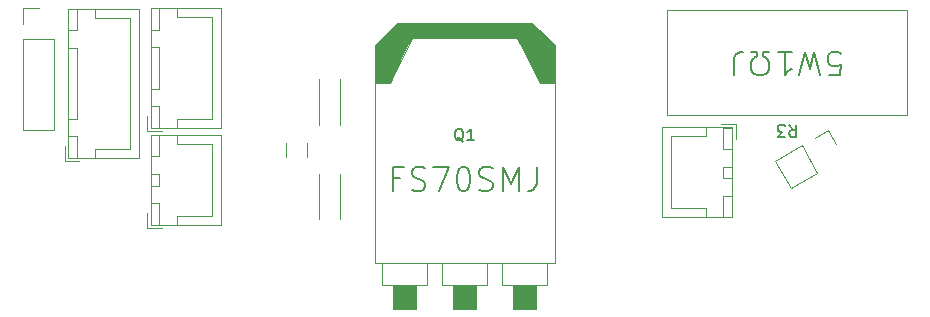
<source format=gbr>
%TF.GenerationSoftware,KiCad,Pcbnew,(6.0.5)*%
%TF.CreationDate,2022-10-17T22:28:47+09:00*%
%TF.ProjectId,kikker_board,6b696b6b-6572-45f6-926f-6172642e6b69,rev?*%
%TF.SameCoordinates,Original*%
%TF.FileFunction,Legend,Top*%
%TF.FilePolarity,Positive*%
%FSLAX46Y46*%
G04 Gerber Fmt 4.6, Leading zero omitted, Abs format (unit mm)*
G04 Created by KiCad (PCBNEW (6.0.5)) date 2022-10-17 22:28:47*
%MOMM*%
%LPD*%
G01*
G04 APERTURE LIST*
%ADD10C,0.150000*%
%ADD11C,0.120000*%
G04 APERTURE END LIST*
D10*
%TO.C,Q1*%
X152304761Y-83112619D02*
X152209523Y-83065000D01*
X152114285Y-82969761D01*
X151971428Y-82826904D01*
X151876190Y-82779285D01*
X151780952Y-82779285D01*
X151828571Y-83017380D02*
X151733333Y-82969761D01*
X151638095Y-82874523D01*
X151590476Y-82684047D01*
X151590476Y-82350714D01*
X151638095Y-82160238D01*
X151733333Y-82065000D01*
X151828571Y-82017380D01*
X152019047Y-82017380D01*
X152114285Y-82065000D01*
X152209523Y-82160238D01*
X152257142Y-82350714D01*
X152257142Y-82684047D01*
X152209523Y-82874523D01*
X152114285Y-82969761D01*
X152019047Y-83017380D01*
X151828571Y-83017380D01*
X153209523Y-83017380D02*
X152638095Y-83017380D01*
X152923809Y-83017380D02*
X152923809Y-82017380D01*
X152828571Y-82160238D01*
X152733333Y-82255476D01*
X152638095Y-82303095D01*
X146971428Y-86232142D02*
X146304761Y-86232142D01*
X146304761Y-87279761D02*
X146304761Y-85279761D01*
X147257142Y-85279761D01*
X147923809Y-87184523D02*
X148209523Y-87279761D01*
X148685714Y-87279761D01*
X148876190Y-87184523D01*
X148971428Y-87089285D01*
X149066666Y-86898809D01*
X149066666Y-86708333D01*
X148971428Y-86517857D01*
X148876190Y-86422619D01*
X148685714Y-86327380D01*
X148304761Y-86232142D01*
X148114285Y-86136904D01*
X148019047Y-86041666D01*
X147923809Y-85851190D01*
X147923809Y-85660714D01*
X148019047Y-85470238D01*
X148114285Y-85375000D01*
X148304761Y-85279761D01*
X148780952Y-85279761D01*
X149066666Y-85375000D01*
X149733333Y-85279761D02*
X151066666Y-85279761D01*
X150209523Y-87279761D01*
X152209523Y-85279761D02*
X152400000Y-85279761D01*
X152590476Y-85375000D01*
X152685714Y-85470238D01*
X152780952Y-85660714D01*
X152876190Y-86041666D01*
X152876190Y-86517857D01*
X152780952Y-86898809D01*
X152685714Y-87089285D01*
X152590476Y-87184523D01*
X152400000Y-87279761D01*
X152209523Y-87279761D01*
X152019047Y-87184523D01*
X151923809Y-87089285D01*
X151828571Y-86898809D01*
X151733333Y-86517857D01*
X151733333Y-86041666D01*
X151828571Y-85660714D01*
X151923809Y-85470238D01*
X152019047Y-85375000D01*
X152209523Y-85279761D01*
X153638095Y-87184523D02*
X153923809Y-87279761D01*
X154400000Y-87279761D01*
X154590476Y-87184523D01*
X154685714Y-87089285D01*
X154780952Y-86898809D01*
X154780952Y-86708333D01*
X154685714Y-86517857D01*
X154590476Y-86422619D01*
X154400000Y-86327380D01*
X154019047Y-86232142D01*
X153828571Y-86136904D01*
X153733333Y-86041666D01*
X153638095Y-85851190D01*
X153638095Y-85660714D01*
X153733333Y-85470238D01*
X153828571Y-85375000D01*
X154019047Y-85279761D01*
X154495238Y-85279761D01*
X154780952Y-85375000D01*
X155638095Y-87279761D02*
X155638095Y-85279761D01*
X156304761Y-86708333D01*
X156971428Y-85279761D01*
X156971428Y-87279761D01*
X158495238Y-85279761D02*
X158495238Y-86708333D01*
X158400000Y-86994047D01*
X158209523Y-87184523D01*
X157923809Y-87279761D01*
X157733333Y-87279761D01*
%TO.C,R3*%
X179871666Y-81685119D02*
X180205000Y-82161309D01*
X180443095Y-81685119D02*
X180443095Y-82685119D01*
X180062142Y-82685119D01*
X179966904Y-82637500D01*
X179919285Y-82589880D01*
X179871666Y-82494642D01*
X179871666Y-82351785D01*
X179919285Y-82256547D01*
X179966904Y-82208928D01*
X180062142Y-82161309D01*
X180443095Y-82161309D01*
X179538333Y-82685119D02*
X178919285Y-82685119D01*
X179252619Y-82304166D01*
X179109761Y-82304166D01*
X179014523Y-82256547D01*
X178966904Y-82208928D01*
X178919285Y-82113690D01*
X178919285Y-81875595D01*
X178966904Y-81780357D01*
X179014523Y-81732738D01*
X179109761Y-81685119D01*
X179395476Y-81685119D01*
X179490714Y-81732738D01*
X179538333Y-81780357D01*
X183228809Y-77517738D02*
X184181190Y-77517738D01*
X184276428Y-76565357D01*
X184181190Y-76660595D01*
X183990714Y-76755833D01*
X183514523Y-76755833D01*
X183324047Y-76660595D01*
X183228809Y-76565357D01*
X183133571Y-76374880D01*
X183133571Y-75898690D01*
X183228809Y-75708214D01*
X183324047Y-75612976D01*
X183514523Y-75517738D01*
X183990714Y-75517738D01*
X184181190Y-75612976D01*
X184276428Y-75708214D01*
X182466904Y-77517738D02*
X181990714Y-75517738D01*
X181609761Y-76946309D01*
X181228809Y-75517738D01*
X180752619Y-77517738D01*
X178943095Y-75517738D02*
X180085952Y-75517738D01*
X179514523Y-75517738D02*
X179514523Y-77517738D01*
X179705000Y-77232023D01*
X179895476Y-77041547D01*
X180085952Y-76946309D01*
X178181190Y-75517738D02*
X177705000Y-75517738D01*
X177705000Y-75898690D01*
X177895476Y-75993928D01*
X178085952Y-76184404D01*
X178181190Y-76470119D01*
X178181190Y-76946309D01*
X178085952Y-77232023D01*
X177895476Y-77422500D01*
X177609761Y-77517738D01*
X177228809Y-77517738D01*
X176943095Y-77422500D01*
X176752619Y-77232023D01*
X176657380Y-76946309D01*
X176657380Y-76470119D01*
X176752619Y-76184404D01*
X176943095Y-75993928D01*
X177133571Y-75898690D01*
X177133571Y-75517738D01*
X176657380Y-75517738D01*
X175228809Y-77517738D02*
X175228809Y-76089166D01*
X175324047Y-75803452D01*
X175514523Y-75612976D01*
X175800238Y-75517738D01*
X175990714Y-75517738D01*
D11*
%TO.C,C1*%
X137256000Y-84449000D02*
X137256000Y-83191000D01*
X139096000Y-84449000D02*
X139096000Y-83191000D01*
%TO.C,Q1*%
X144780000Y-78120000D02*
X146050000Y-78120000D01*
X157480000Y-73040000D02*
X147320000Y-73040000D01*
X146320000Y-97265000D02*
X146320000Y-96265000D01*
X159385000Y-95265000D02*
X155575000Y-95265000D01*
X148320000Y-96265000D02*
X148320000Y-95265000D01*
X159385000Y-93360000D02*
X159385000Y-95265000D01*
X150495000Y-95265000D02*
X150495000Y-93360000D01*
X146685000Y-73040000D02*
X147320000Y-73040000D01*
X156480000Y-96265000D02*
X156480000Y-95265000D01*
X144780000Y-75580000D02*
X144780000Y-93360000D01*
X148320000Y-97265000D02*
X148320000Y-96265000D01*
X160020000Y-78120000D02*
X158750000Y-78120000D01*
X146320000Y-96265000D02*
X146320000Y-95265000D01*
X157480000Y-73040000D02*
X158115000Y-73040000D01*
X160020000Y-93360000D02*
X160020000Y-75580000D01*
X147955000Y-74310000D02*
X146050000Y-78120000D01*
X154305000Y-93360000D02*
X154305000Y-95265000D01*
X144780000Y-93360000D02*
X160020000Y-93360000D01*
X158480000Y-96265000D02*
X158480000Y-95265000D01*
X160020000Y-74945000D02*
X160020000Y-75580000D01*
X155575000Y-95265000D02*
X155575000Y-93360000D01*
X158750000Y-78120000D02*
X156845000Y-74310000D01*
X146685000Y-73040000D02*
X144780000Y-74945000D01*
X156480000Y-97265000D02*
X156480000Y-96265000D01*
X154305000Y-95265000D02*
X150495000Y-95265000D01*
X151400000Y-96265000D02*
X151400000Y-95265000D01*
X153400000Y-97265000D02*
X153400000Y-96265000D01*
X151400000Y-97265000D02*
X151400000Y-96265000D01*
X158480000Y-97265000D02*
X158480000Y-96265000D01*
X158115000Y-73040000D02*
X160020000Y-74945000D01*
X156845000Y-74310000D02*
X147955000Y-74310000D01*
X144780000Y-74945000D02*
X144780000Y-75580000D01*
X149225000Y-95265000D02*
X145415000Y-95265000D01*
X149225000Y-93360000D02*
X149225000Y-95265000D01*
X153400000Y-96265000D02*
X153400000Y-95265000D01*
X145415000Y-95265000D02*
X145415000Y-93360000D01*
G36*
X160020000Y-74945000D02*
G01*
X160020000Y-78120000D01*
X158750000Y-78120000D01*
X156845000Y-74310000D01*
X158115000Y-73040000D01*
X160020000Y-74945000D01*
G37*
X160020000Y-74945000D02*
X160020000Y-78120000D01*
X158750000Y-78120000D01*
X156845000Y-74310000D01*
X158115000Y-73040000D01*
X160020000Y-74945000D01*
G36*
X153400000Y-97265000D02*
G01*
X151400000Y-97265000D01*
X151400000Y-95265000D01*
X153400000Y-95265000D01*
X153400000Y-97265000D01*
G37*
X153400000Y-97265000D02*
X151400000Y-97265000D01*
X151400000Y-95265000D01*
X153400000Y-95265000D01*
X153400000Y-97265000D01*
G36*
X158480000Y-97265000D02*
G01*
X156480000Y-97265000D01*
X156480000Y-95265000D01*
X158480000Y-95265000D01*
X158480000Y-97265000D01*
G37*
X158480000Y-97265000D02*
X156480000Y-97265000D01*
X156480000Y-95265000D01*
X158480000Y-95265000D01*
X158480000Y-97265000D01*
G36*
X148320000Y-97265000D02*
G01*
X146320000Y-97265000D01*
X146320000Y-95265000D01*
X148320000Y-95265000D01*
X148320000Y-97265000D01*
G37*
X148320000Y-97265000D02*
X146320000Y-97265000D01*
X146320000Y-95265000D01*
X148320000Y-95265000D01*
X148320000Y-97265000D01*
G36*
X156845000Y-74310000D02*
G01*
X147955000Y-74310000D01*
X146050000Y-78120000D01*
X144780000Y-78120000D01*
X144780000Y-74945000D01*
X146685000Y-73040000D01*
X158115000Y-73040000D01*
X156845000Y-74310000D01*
G37*
X156845000Y-74310000D02*
X147955000Y-74310000D01*
X146050000Y-78120000D01*
X144780000Y-78120000D01*
X144780000Y-74945000D01*
X146685000Y-73040000D01*
X158115000Y-73040000D01*
X156845000Y-74310000D01*
%TO.C,R3*%
X189865000Y-71977500D02*
X189865000Y-80867500D01*
X169545000Y-71977500D02*
X169545000Y-80867500D01*
X189865000Y-71977500D02*
X169545000Y-71977500D01*
X169545000Y-80867500D02*
X189865000Y-80867500D01*
%TO.C,R1*%
X140050000Y-77836000D02*
X140050000Y-81676000D01*
X141890000Y-77836000D02*
X141890000Y-81676000D01*
%TO.C,R2*%
X141890000Y-85866000D02*
X141890000Y-89706000D01*
X140050000Y-85866000D02*
X140050000Y-89706000D01*
%TO.C,J3*%
X169100000Y-81915000D02*
X169100000Y-89535000D01*
X175360000Y-81625000D02*
X174110000Y-81625000D01*
X174310000Y-89525000D02*
X175060000Y-89525000D01*
X172810000Y-81925000D02*
X172810000Y-82675000D01*
X172810000Y-88775000D02*
X169860000Y-88775000D01*
X172810000Y-89525000D02*
X172810000Y-88775000D01*
X174310000Y-83725000D02*
X175060000Y-83725000D01*
X175070000Y-89535000D02*
X175070000Y-81915000D01*
X175070000Y-81915000D02*
X169100000Y-81915000D01*
X175060000Y-86225000D02*
X175060000Y-85225000D01*
X175060000Y-89525000D02*
X175060000Y-87725000D01*
X175060000Y-85225000D02*
X174310000Y-85225000D01*
X174310000Y-86225000D02*
X175060000Y-86225000D01*
X175060000Y-87725000D02*
X174310000Y-87725000D01*
X174310000Y-85225000D02*
X174310000Y-86225000D01*
X172810000Y-82675000D02*
X169860000Y-82675000D01*
X174310000Y-87725000D02*
X174310000Y-89525000D01*
X175060000Y-81925000D02*
X174310000Y-81925000D01*
X175060000Y-83725000D02*
X175060000Y-81925000D01*
X169860000Y-82675000D02*
X169860000Y-85725000D01*
X174310000Y-81925000D02*
X174310000Y-83725000D01*
X175360000Y-82875000D02*
X175360000Y-81625000D01*
X169100000Y-89535000D02*
X175070000Y-89535000D01*
X169860000Y-88775000D02*
X169860000Y-85725000D01*
%TO.C,J5*%
X180949331Y-83427686D02*
X178697665Y-84727686D01*
X182049183Y-82792686D02*
X183200997Y-82127686D01*
X178697665Y-84727686D02*
X180027665Y-87031314D01*
X180949331Y-83427686D02*
X182279331Y-85731314D01*
X182279331Y-85731314D02*
X180027665Y-87031314D01*
X183200997Y-82127686D02*
X183865997Y-83279500D01*
%TO.C,J1*%
X131020000Y-89390000D02*
X131020000Y-86340000D01*
X126570000Y-82540000D02*
X125820000Y-82540000D01*
X125810000Y-82530000D02*
X125810000Y-90150000D01*
X131780000Y-82530000D02*
X125810000Y-82530000D01*
X125820000Y-88340000D02*
X125820000Y-90140000D01*
X126570000Y-85840000D02*
X125820000Y-85840000D01*
X128070000Y-89390000D02*
X131020000Y-89390000D01*
X126570000Y-88340000D02*
X125820000Y-88340000D01*
X125820000Y-82540000D02*
X125820000Y-84340000D01*
X125810000Y-90150000D02*
X131780000Y-90150000D01*
X126570000Y-84340000D02*
X126570000Y-82540000D01*
X125820000Y-84340000D02*
X126570000Y-84340000D01*
X125520000Y-90440000D02*
X126770000Y-90440000D01*
X128070000Y-82540000D02*
X128070000Y-83290000D01*
X125820000Y-90140000D02*
X126570000Y-90140000D01*
X125820000Y-86840000D02*
X126570000Y-86840000D01*
X131780000Y-90150000D02*
X131780000Y-82530000D01*
X128070000Y-90140000D02*
X128070000Y-89390000D01*
X125820000Y-85840000D02*
X125820000Y-86840000D01*
X131020000Y-83290000D02*
X131020000Y-86340000D01*
X125520000Y-89190000D02*
X125520000Y-90440000D01*
X126570000Y-90140000D02*
X126570000Y-88340000D01*
X128070000Y-83290000D02*
X131020000Y-83290000D01*
X126570000Y-86840000D02*
X126570000Y-85840000D01*
%TO.C,J4*%
X115002000Y-73152000D02*
X115002000Y-71822000D01*
X115002000Y-71822000D02*
X116332000Y-71822000D01*
X115002000Y-74422000D02*
X117662000Y-74422000D01*
X117662000Y-74422000D02*
X117662000Y-82102000D01*
X115002000Y-82102000D02*
X117662000Y-82102000D01*
X115002000Y-74422000D02*
X115002000Y-82102000D01*
%TO.C,J6*%
X118835000Y-82665000D02*
X118835000Y-84465000D01*
X119585000Y-75165000D02*
X118835000Y-75165000D01*
X119585000Y-82665000D02*
X118835000Y-82665000D01*
X119585000Y-71865000D02*
X118835000Y-71865000D01*
X118835000Y-73665000D02*
X119585000Y-73665000D01*
X119585000Y-81165000D02*
X119585000Y-75165000D01*
X118835000Y-81165000D02*
X119585000Y-81165000D01*
X124795000Y-84475000D02*
X124795000Y-71855000D01*
X124035000Y-72615000D02*
X124035000Y-78165000D01*
X119585000Y-84465000D02*
X119585000Y-82665000D01*
X121085000Y-72615000D02*
X124035000Y-72615000D01*
X118835000Y-75165000D02*
X118835000Y-81165000D01*
X121085000Y-83715000D02*
X124035000Y-83715000D01*
X118535000Y-83515000D02*
X118535000Y-84765000D01*
X121085000Y-84465000D02*
X121085000Y-83715000D01*
X124795000Y-71855000D02*
X118825000Y-71855000D01*
X121085000Y-71865000D02*
X121085000Y-72615000D01*
X118835000Y-84465000D02*
X119585000Y-84465000D01*
X118835000Y-71865000D02*
X118835000Y-73665000D01*
X119585000Y-73665000D02*
X119585000Y-71865000D01*
X118825000Y-71855000D02*
X118825000Y-84475000D01*
X118535000Y-84765000D02*
X119785000Y-84765000D01*
X124035000Y-83715000D02*
X124035000Y-78165000D01*
X118825000Y-84475000D02*
X124795000Y-84475000D01*
%TO.C,J2*%
X131020000Y-72575000D02*
X131020000Y-76875000D01*
X128070000Y-81175000D02*
X131020000Y-81175000D01*
X128070000Y-81925000D02*
X128070000Y-81175000D01*
X125820000Y-73625000D02*
X126570000Y-73625000D01*
X125820000Y-80125000D02*
X125820000Y-81925000D01*
X125820000Y-71825000D02*
X125820000Y-73625000D01*
X126570000Y-71825000D02*
X125820000Y-71825000D01*
X126570000Y-78625000D02*
X126570000Y-75125000D01*
X128070000Y-72575000D02*
X131020000Y-72575000D01*
X126570000Y-80125000D02*
X125820000Y-80125000D01*
X128070000Y-71825000D02*
X128070000Y-72575000D01*
X125820000Y-81925000D02*
X126570000Y-81925000D01*
X125820000Y-75125000D02*
X125820000Y-78625000D01*
X125810000Y-81935000D02*
X131780000Y-81935000D01*
X126570000Y-75125000D02*
X125820000Y-75125000D01*
X126570000Y-73625000D02*
X126570000Y-71825000D01*
X125820000Y-78625000D02*
X126570000Y-78625000D01*
X125810000Y-71815000D02*
X125810000Y-81935000D01*
X131780000Y-81935000D02*
X131780000Y-71815000D01*
X125520000Y-82225000D02*
X126770000Y-82225000D01*
X131020000Y-81175000D02*
X131020000Y-76875000D01*
X125520000Y-80975000D02*
X125520000Y-82225000D01*
X126570000Y-81925000D02*
X126570000Y-80125000D01*
X131780000Y-71815000D02*
X125810000Y-71815000D01*
%TD*%
M02*

</source>
